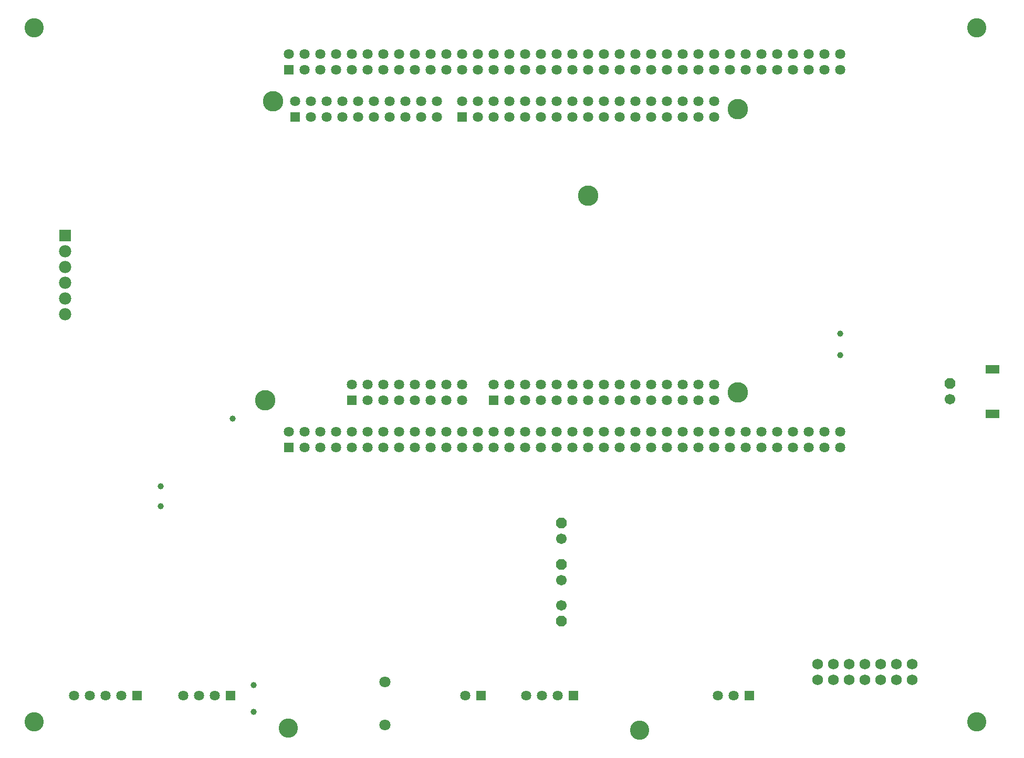
<source format=gbs>
G75*
%MOIN*%
%OFA0B0*%
%FSLAX24Y24*%
%IPPOS*%
%LPD*%
%AMOC8*
5,1,8,0,0,1.08239X$1,22.5*
%
%ADD10C,0.1221*%
%ADD11R,0.0642X0.0642*%
%ADD12C,0.0642*%
%ADD13C,0.1300*%
%ADD14R,0.0906X0.0574*%
%ADD15R,0.0906X0.0570*%
%ADD16C,0.0217*%
%ADD17C,0.0709*%
%ADD18R,0.0778X0.0778*%
%ADD19C,0.0778*%
%ADD20C,0.0690*%
%ADD21OC8,0.0670*%
%ADD22C,0.0670*%
%ADD23C,0.0394*%
D10*
X025658Y011386D03*
X041799Y010992D03*
X064083Y010835D03*
X085500Y011386D03*
X085500Y055481D03*
X025658Y055481D03*
D11*
X041835Y052807D03*
X042227Y049807D03*
X052827Y049807D03*
X054827Y031807D03*
X045827Y031807D03*
X041827Y028807D03*
X038118Y013028D03*
X032213Y013048D03*
X054036Y013051D03*
X059890Y013028D03*
X071079Y013028D03*
D12*
X070079Y013028D03*
X069079Y013028D03*
X058890Y013028D03*
X057890Y013028D03*
X056890Y013028D03*
X053036Y013051D03*
X037118Y013028D03*
X036118Y013028D03*
X035118Y013028D03*
X031213Y013048D03*
X030213Y013048D03*
X029213Y013048D03*
X028213Y013048D03*
X042827Y028807D03*
X043827Y028807D03*
X044827Y028807D03*
X045827Y028807D03*
X046827Y028807D03*
X047827Y028807D03*
X048827Y028807D03*
X049827Y028807D03*
X050827Y028807D03*
X051827Y028807D03*
X052827Y028807D03*
X053827Y028807D03*
X054827Y028807D03*
X055827Y028807D03*
X056827Y028807D03*
X057827Y028807D03*
X058827Y028807D03*
X059827Y028807D03*
X060827Y028807D03*
X061827Y028807D03*
X062827Y028807D03*
X063827Y028807D03*
X064827Y028807D03*
X065827Y028807D03*
X066827Y028807D03*
X067827Y028807D03*
X068827Y028807D03*
X069827Y028807D03*
X070827Y028807D03*
X071827Y028807D03*
X072827Y028807D03*
X073827Y028807D03*
X074827Y028807D03*
X075827Y028807D03*
X076827Y028807D03*
X076827Y029807D03*
X075827Y029807D03*
X074827Y029807D03*
X073827Y029807D03*
X072827Y029807D03*
X071827Y029807D03*
X070827Y029807D03*
X069827Y029807D03*
X068827Y029807D03*
X067827Y029807D03*
X066827Y029807D03*
X065827Y029807D03*
X064827Y029807D03*
X063827Y029807D03*
X062827Y029807D03*
X061827Y029807D03*
X060827Y029807D03*
X059827Y029807D03*
X058827Y029807D03*
X057827Y029807D03*
X056827Y029807D03*
X055827Y029807D03*
X054827Y029807D03*
X053827Y029807D03*
X052827Y029807D03*
X051827Y029807D03*
X050827Y029807D03*
X049827Y029807D03*
X048827Y029807D03*
X047827Y029807D03*
X046827Y029807D03*
X045827Y029807D03*
X044827Y029807D03*
X043827Y029807D03*
X042827Y029807D03*
X041827Y029807D03*
X045827Y032807D03*
X046827Y032807D03*
X047827Y032807D03*
X048827Y032807D03*
X049827Y032807D03*
X050827Y032807D03*
X051827Y032807D03*
X052827Y032807D03*
X052827Y031807D03*
X051827Y031807D03*
X050827Y031807D03*
X049827Y031807D03*
X048827Y031807D03*
X047827Y031807D03*
X046827Y031807D03*
X054827Y032807D03*
X055827Y032807D03*
X056827Y032807D03*
X057827Y032807D03*
X058827Y032807D03*
X059827Y032807D03*
X060827Y032807D03*
X061827Y032807D03*
X062827Y032807D03*
X063827Y032807D03*
X064827Y032807D03*
X065827Y032807D03*
X066827Y032807D03*
X067827Y032807D03*
X068827Y032807D03*
X068827Y031807D03*
X067827Y031807D03*
X066827Y031807D03*
X065827Y031807D03*
X064827Y031807D03*
X063827Y031807D03*
X062827Y031807D03*
X061827Y031807D03*
X060827Y031807D03*
X059827Y031807D03*
X058827Y031807D03*
X057827Y031807D03*
X056827Y031807D03*
X055827Y031807D03*
X055827Y049807D03*
X054827Y049807D03*
X053827Y049807D03*
X053827Y050807D03*
X052827Y050807D03*
X051227Y050807D03*
X050227Y050807D03*
X049227Y050807D03*
X048227Y050807D03*
X047227Y050807D03*
X046227Y050807D03*
X045227Y050807D03*
X044227Y050807D03*
X043227Y050807D03*
X042227Y050807D03*
X043227Y049807D03*
X044227Y049807D03*
X045227Y049807D03*
X046227Y049807D03*
X047227Y049807D03*
X048227Y049807D03*
X049227Y049807D03*
X050227Y049807D03*
X051227Y049807D03*
X054827Y050807D03*
X055827Y050807D03*
X056827Y050807D03*
X057827Y050807D03*
X058827Y050807D03*
X059827Y050807D03*
X060827Y050807D03*
X061827Y050807D03*
X062827Y050807D03*
X063827Y050807D03*
X064827Y050807D03*
X065827Y050807D03*
X066827Y050807D03*
X067827Y050807D03*
X068827Y050807D03*
X068827Y049807D03*
X067827Y049807D03*
X066827Y049807D03*
X065827Y049807D03*
X064827Y049807D03*
X063827Y049807D03*
X062827Y049807D03*
X061827Y049807D03*
X060827Y049807D03*
X059827Y049807D03*
X058827Y049807D03*
X057827Y049807D03*
X056827Y049807D03*
X056835Y052807D03*
X057835Y052807D03*
X058835Y052807D03*
X059835Y052807D03*
X060835Y052807D03*
X061835Y052807D03*
X062835Y052807D03*
X063835Y052807D03*
X064835Y052807D03*
X065835Y052807D03*
X066835Y052807D03*
X067835Y052807D03*
X068835Y052807D03*
X069835Y052807D03*
X070835Y052807D03*
X071835Y052807D03*
X072835Y052807D03*
X073835Y052807D03*
X074835Y052807D03*
X075835Y052807D03*
X076835Y052807D03*
X076835Y053807D03*
X075835Y053807D03*
X074835Y053807D03*
X073835Y053807D03*
X072835Y053807D03*
X071835Y053807D03*
X070835Y053807D03*
X069835Y053807D03*
X068835Y053807D03*
X067835Y053807D03*
X066835Y053807D03*
X065835Y053807D03*
X064835Y053807D03*
X063835Y053807D03*
X062835Y053807D03*
X061835Y053807D03*
X060835Y053807D03*
X059835Y053807D03*
X058835Y053807D03*
X057835Y053807D03*
X056835Y053807D03*
X055835Y053807D03*
X055835Y052807D03*
X054835Y052807D03*
X053835Y052807D03*
X052835Y052807D03*
X051835Y052807D03*
X050835Y052807D03*
X049835Y052807D03*
X048835Y052807D03*
X047835Y052807D03*
X046835Y052807D03*
X045835Y052807D03*
X044835Y052807D03*
X043835Y052807D03*
X042835Y052807D03*
X042835Y053807D03*
X043835Y053807D03*
X044835Y053807D03*
X045835Y053807D03*
X046835Y053807D03*
X047835Y053807D03*
X048835Y053807D03*
X049835Y053807D03*
X050835Y053807D03*
X051835Y053807D03*
X052835Y053807D03*
X053835Y053807D03*
X054835Y053807D03*
X041835Y053807D03*
D13*
X040827Y050807D03*
X060827Y044807D03*
X070327Y050307D03*
X070327Y032307D03*
X040327Y031807D03*
D14*
X086505Y030946D03*
D15*
X086504Y033763D03*
D16*
X086504Y033762D03*
X086504Y030947D03*
D17*
X047949Y013922D03*
X047949Y011166D03*
D18*
X027626Y042292D03*
D19*
X027626Y041292D03*
X027626Y040292D03*
X027626Y039292D03*
X027626Y038292D03*
X027626Y037292D03*
D20*
X075414Y015036D03*
X076414Y015036D03*
X077414Y015036D03*
X078414Y015036D03*
X079414Y015036D03*
X080414Y015036D03*
X081414Y015036D03*
X081414Y014036D03*
X080414Y014036D03*
X079414Y014036D03*
X078414Y014036D03*
X077414Y014036D03*
X076414Y014036D03*
X075414Y014036D03*
D21*
X059122Y017776D03*
X059122Y021374D03*
X059122Y024012D03*
X083807Y032870D03*
D22*
X083807Y031870D03*
X059122Y023012D03*
X059122Y020374D03*
X059122Y018776D03*
D23*
X039595Y013709D03*
X039595Y012016D03*
X033689Y025087D03*
X033689Y026347D03*
X038256Y030638D03*
X076819Y034673D03*
X076819Y036032D03*
M02*

</source>
